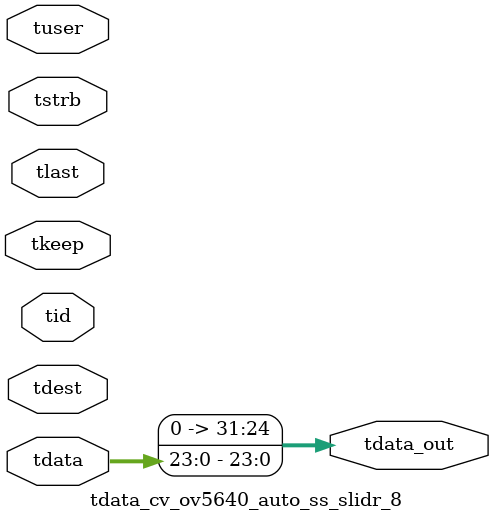
<source format=v>


`timescale 1ps/1ps

module tdata_cv_ov5640_auto_ss_slidr_8 #
(
parameter C_S_AXIS_TDATA_WIDTH = 32,
parameter C_S_AXIS_TUSER_WIDTH = 0,
parameter C_S_AXIS_TID_WIDTH   = 0,
parameter C_S_AXIS_TDEST_WIDTH = 0,
parameter C_M_AXIS_TDATA_WIDTH = 32
)
(
input  [(C_S_AXIS_TDATA_WIDTH == 0 ? 1 : C_S_AXIS_TDATA_WIDTH)-1:0     ] tdata,
input  [(C_S_AXIS_TUSER_WIDTH == 0 ? 1 : C_S_AXIS_TUSER_WIDTH)-1:0     ] tuser,
input  [(C_S_AXIS_TID_WIDTH   == 0 ? 1 : C_S_AXIS_TID_WIDTH)-1:0       ] tid,
input  [(C_S_AXIS_TDEST_WIDTH == 0 ? 1 : C_S_AXIS_TDEST_WIDTH)-1:0     ] tdest,
input  [(C_S_AXIS_TDATA_WIDTH/8)-1:0 ] tkeep,
input  [(C_S_AXIS_TDATA_WIDTH/8)-1:0 ] tstrb,
input                                                                    tlast,
output [C_M_AXIS_TDATA_WIDTH-1:0] tdata_out
);

assign tdata_out = {tdata[23:0]};

endmodule


</source>
